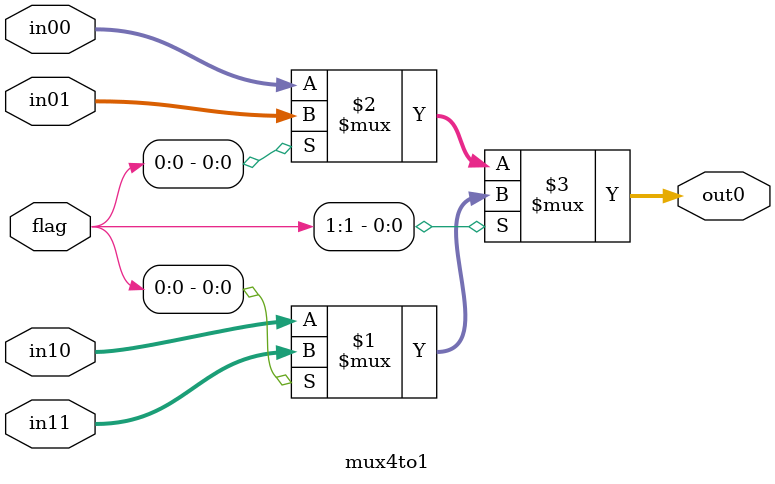
<source format=v>
`timescale 1ns / 1ps


module mux2to1 #(parameter W=32)(

    input [W-1:0]in0,
    input [W-1:0]in1,
    input flag,
    
    output [W-1:0]out0

);

    assign out0=flag?in1:in0;

endmodule

module mux4to1 #(parameter W=32)(

    input [W-1:0]in00,
    input [W-1:0]in01,
    input [W-1:0]in10,
    input [W-1:0]in11,
    input [1:0]flag,

    output [W-1:0]out0

);

    assign out0=flag[1]?(flag[0]?in11:in10):(flag[0]?in01:in00);

endmodule

</source>
